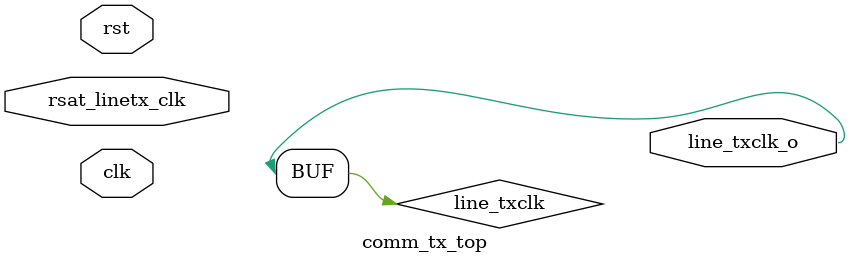
<source format=sv>
`timescale 1ns / 1ps

module comm_tx_top # (
    parameter WID_PER_LANE = 16,
    parameter LINE_TX_LANES = 4
)(
    input clk,
    input rst,
    input rsat_linetx_clk,

    output line_txclk_o
);

logic line_txclk;
assign line_txclk_o = line_txclk;


/* ------------------------------ PRBS-23 BEGIN ----------------------------- */
logic [63:0] prbs_64b;

gtwizard_sync_prbs_prbs_any # (
    .CHK_MODE   (0 ),   // Generation mode
    .INV_PATTERN(0 ),   // No invert
    .POLY_LENGHT(23),   // PRBS-23
    .POLY_TAP   (18),   // PRBS23 = X23+X18+1
    .NBITS      (64)    // bus size 
) prbs_any_gen_inst (
    .RST        (!rst), // RST¸ßÎ»ÓÐÐ§
    .CLK        (clk),
    .DATA_IN    (0),
    .EN         (1),
    .DATA_OUT   (prbs_64b)
);


// 5Gb/s
logic [WID_PER_LANE*LINE_TX_LANES-1:0] line_tx_raw;
always @ (posedge line_txclk) begin
    line_tx_raw <= prbs_64b;
end
/* ------------------------------- PRBS-23 END ------------------------------ */

/* --------------------------- Rate Matching BEGIN -------------------------- */
// ÔÝÊ±Ö»¿¼ÂÇ2.5G SP-QPSK³¡¾°

//////////////////////////////////////////////////////////////////////////////////
// Mod Format  SP-QPSK 5G   
// Baudrate    2.5Gbaud     
// DAC         5GSa/s       
// Tx Bitrate  5Gbps
//////////////////////////////////////////////////////////////////////////////////

logic [63:0] line_tx_data_to_gt_5g;

genvar m, n;
for (m=0; m<LINE_TX_LANES; m=m+1) begin
    for (n=0; n<WID_PER_LANE; n=n+1) begin
        assign line_tx_data_to_gt_1g[m*WID_PER_LANE+n] = line_tx_raw[m+LINE_TX_LANES*n];
    end
end

logic [WID_PER_LANE*LINE_TX_LANES-1:0] line_tx_data_to_gt;

always @ (posedge line_txclk) begin
    line_tx_data_to_gt <= line_tx_data_to_gt_1g;
end

/* ---------------------------- Rate Matching END --------------------------- */

reg [WID_PER_LANE-1:0] line_tx_data [1:4];
assign line_tx_data[1] = line_tx_data_to_gt[WID_PER_LANE*1-1 -: WID_PER_LANE];
assign line_tx_data[2] = line_tx_data_to_gt[WID_PER_LANE*2-1 -: WID_PER_LANE];
assign line_tx_data[3] = line_tx_data_to_gt[WID_PER_LANE*3-1 -: WID_PER_LANE];
assign line_tx_data[4] = line_tx_data_to_gt[WID_PER_LANE*4-1 -: WID_PER_LANE];


/* ------------------------------- gtwizard tx ------------------------------ */


endmodule
</source>
